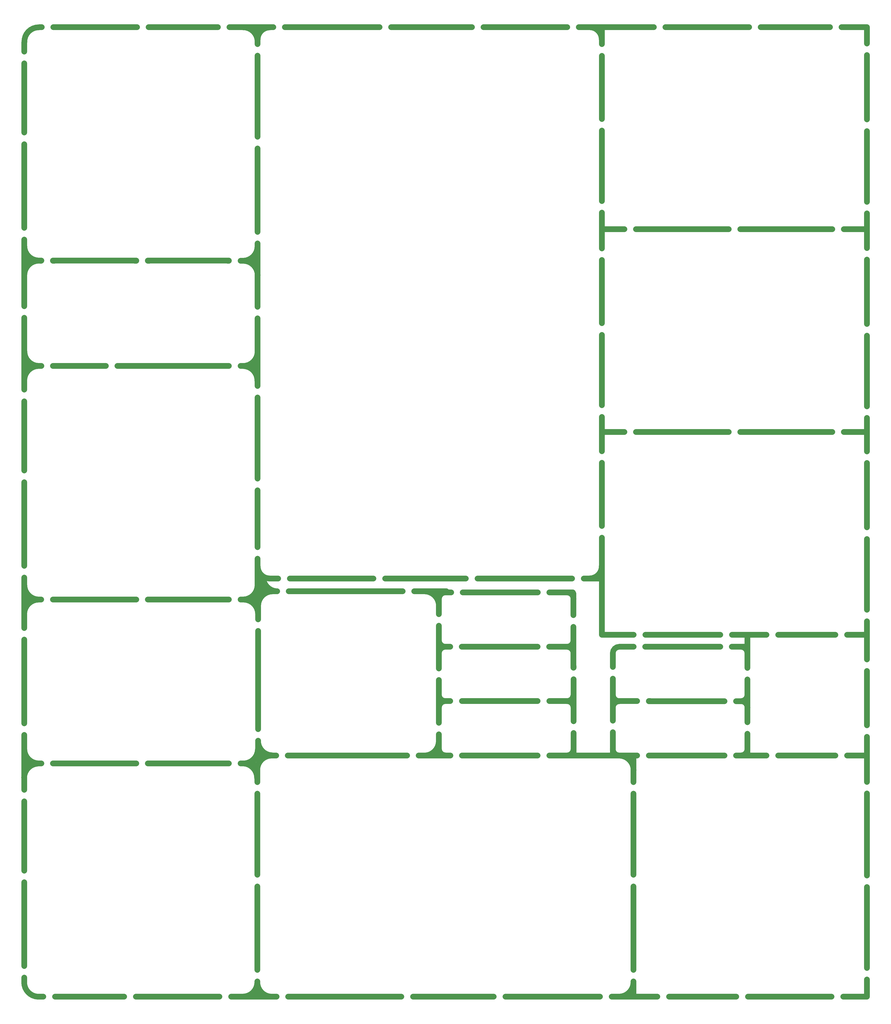
<source format=gbr>
G04 #@! TF.GenerationSoftware,KiCad,Pcbnew,(5.1.5)-3*
G04 #@! TF.CreationDate,2020-11-02T16:30:31-03:00*
G04 #@! TF.ProjectId,panel,70616e65-6c2e-46b6-9963-61645f706362,0.1*
G04 #@! TF.SameCoordinates,Original*
G04 #@! TF.FileFunction,Other,ECO1*
%FSLAX46Y46*%
G04 Gerber Fmt 4.6, Leading zero omitted, Abs format (unit mm)*
G04 Created by KiCad (PCBNEW (5.1.5)-3) date 2020-11-02 16:30:31*
%MOMM*%
%LPD*%
G04 APERTURE LIST*
%ADD10C,2.540000*%
G04 APERTURE END LIST*
D10*
X-73859400Y-306903200D02*
X-73859400Y-316021800D01*
X-73835872Y-313661184D02*
G75*
G02X-76678800Y-316402800I-2842928J103184D01*
G01*
X-206804584Y-316375528D02*
G75*
G02X-209546200Y-313532600I103184J2842928D01*
G01*
X-206855384Y-292499528D02*
G75*
G02X-209597000Y-289656600I103184J2842928D01*
G01*
X-209544328Y-295217616D02*
G75*
G02X-206701400Y-292476000I2842928J-103184D01*
G01*
X-209571600Y-271343200D02*
G75*
G02X-206728672Y-268601584I2842928J-103184D01*
G01*
X-206828400Y-268625400D02*
G75*
G02X-209570016Y-265782472I103184J2842928D01*
G01*
X-209546200Y-247441800D02*
G75*
G02X-206703272Y-244700184I2842928J-103184D01*
G01*
X-153082000Y-244724000D02*
G75*
G02X-150340384Y-247566928I-103184J-2842928D01*
G01*
X-150366072Y-265883784D02*
G75*
G02X-153209000Y-268625400I-2842928J103184D01*
G01*
X-153107400Y-268627272D02*
G75*
G02X-150365784Y-271470200I-103184J-2842928D01*
G01*
X-150367656Y-289783312D02*
G75*
G02X-153210584Y-292524928I-2842928J103184D01*
G01*
X-153082000Y-292501400D02*
G75*
G02X-150340384Y-295344328I-103184J-2842928D01*
G01*
X-150338800Y-313659600D02*
G75*
G02X-153181728Y-316401216I-2842928J103184D01*
G01*
X-73859400Y-269336600D02*
X-73859400Y-264409000D01*
X-209495400Y-292476000D02*
X-204567800Y-292476000D01*
X-161006800Y-292501400D02*
X-150440400Y-292501400D01*
X-215690388Y-244245594D02*
G75*
G02X-209546200Y-250616800I-231212J-6371206D01*
G01*
X-287803600Y-243200000D02*
X-287803600Y-239821800D01*
X-286736800Y-245105000D02*
X-286736800Y-241726800D01*
X-288870400Y-246933800D02*
X-288870400Y-243555600D01*
X-290648400Y-249321400D02*
X-290648400Y-245943200D01*
X-280766976Y-244244027D02*
G75*
G02X-286889200Y-237895594I230388J6348433D01*
G01*
X-289784800Y-98902600D02*
X-296795200Y-98902600D01*
X-289353000Y-92781200D02*
G75*
G02X-295724206Y-98925388I-6371206J231212D01*
G01*
X-295423600Y-98928000D02*
G75*
G02X-289279412Y-105299206I-231212J-6371206D01*
G01*
X-289708600Y-145181400D02*
X-296795200Y-145181400D01*
X-295547988Y-145185594D02*
G75*
G02X-289403800Y-151556800I-231212J-6371206D01*
G01*
X-289306394Y-139037212D02*
G75*
G02X-295677600Y-145181400I-6371206J231212D01*
G01*
X-289327600Y-241625200D02*
X-289327600Y-229915800D01*
X-289073600Y-250388200D02*
G75*
G02X-282702394Y-244244012I6371206J-231212D01*
G01*
X-289331794Y-241704012D02*
G75*
G02X-295703000Y-247848200I-6371206J231212D01*
G01*
X-295243188Y-247877794D02*
G75*
G02X-289099000Y-254249000I-231212J-6371206D01*
G01*
X-145843000Y-238602600D02*
X-138121400Y-238602600D01*
X-137922379Y-233032094D02*
G75*
G02X-143252200Y-238577200I-5329821J-211106D01*
G01*
X-283731694Y-238598421D02*
G75*
G02X-289276800Y-233268600I-211106J5329821D01*
G01*
X-209571600Y-307182600D02*
X-209571600Y-315971000D01*
X-209597000Y-310306800D02*
G75*
G02X-215968206Y-316450988I-6371206J231212D01*
G01*
X-281123400Y-316428200D02*
X-288311600Y-316428200D01*
X-282977600Y-316352000D02*
G75*
G02X-289121788Y-309980794I231212J6371206D01*
G01*
X-289175200Y-313786600D02*
G75*
G02X-295546406Y-319930788I-6371206J231212D01*
G01*
X-289475806Y-322572388D02*
G75*
G02X-283104600Y-316428200I6371206J-231212D01*
G01*
X-296795200Y-319908000D02*
X-291105600Y-319908000D01*
X-289099000Y-309925800D02*
X-289099000Y-318485600D01*
X-289454600Y-321813000D02*
X-289454600Y-328086800D01*
X-295677600Y-319882600D02*
G75*
G02X-289533412Y-326253806I-231212J-6371206D01*
G01*
X-392019800Y-326105600D02*
G75*
G02X-385648594Y-319961412I6371206J-231212D01*
G01*
X-391892800Y-319882600D02*
X-384450600Y-319882600D01*
X-385796800Y-319908000D02*
G75*
G02X-391940988Y-313536794I231212J6371206D01*
G01*
X-391969000Y-254020400D02*
G75*
G02X-385597794Y-247876212I6371206J-231212D01*
G01*
X-385771400Y-247848200D02*
G75*
G02X-391915588Y-241476994I231212J6371206D01*
G01*
X-391943600Y-151302800D02*
G75*
G02X-385572394Y-145158612I6371206J-231212D01*
G01*
X-391435600Y-145181400D02*
X-384450600Y-145181400D01*
X-385746000Y-145156000D02*
G75*
G02X-391890188Y-138784794I231212J6371206D01*
G01*
X-76550216Y-292503272D02*
G75*
G02X-73808600Y-295346200I-103184J-2842928D01*
G01*
X-73835872Y-289785184D02*
G75*
G02X-76678800Y-292526800I-2842928J103184D01*
G01*
X-78812400Y-292526800D02*
X-74088000Y-292526800D01*
X-76601016Y-268601872D02*
G75*
G02X-73859400Y-271444800I-103184J-2842928D01*
G01*
X-73884800Y-268574600D02*
X-80692000Y-268574600D01*
X-73859400Y-277871000D02*
X-73859400Y-268600000D01*
X-133064928Y-271367016D02*
G75*
G02X-130222000Y-268625400I2842928J-103184D01*
G01*
X-130171200Y-268600000D02*
X-123922800Y-268600000D01*
X-133041400Y-277490000D02*
X-133041400Y-271419400D01*
X-150669000Y-268625400D02*
X-161057600Y-268625400D01*
X-132279400Y-292501400D02*
X-122373400Y-292501400D01*
X-130299784Y-292550328D02*
G75*
G02X-133041400Y-289707400I103184J2842928D01*
G01*
X-133064928Y-295268416D02*
G75*
G02X-130222000Y-292526800I2842928J-103184D01*
G01*
X-130350584Y-316426328D02*
G75*
G02X-133092200Y-313583400I103184J2842928D01*
G01*
X-130069600Y-316453600D02*
G75*
G02X-123925412Y-322824806I-231212J-6371206D01*
G01*
X-123973600Y-415767600D02*
X-123973600Y-422041400D01*
X-123973600Y-416301000D02*
G75*
G02X-130344806Y-422445188I-6371206J231212D01*
G01*
X-283307800Y-422447800D02*
G75*
G02X-289451988Y-416076594I231212J6371206D01*
G01*
X-289454600Y-415767600D02*
X-289454600Y-422270000D01*
X-289429200Y-416275600D02*
G75*
G02X-295800406Y-422419788I-6371206J231212D01*
G01*
X-391969000Y-414065800D02*
X-391969000Y-416580400D01*
X-386076200Y-422422400D02*
X-383561600Y-422422400D01*
X-385850212Y-422469006D02*
G75*
G02X-391994400Y-416097800I231212J6371206D01*
G01*
X-391918200Y-105024000D02*
G75*
G02X-385546994Y-98879812I6371206J-231212D01*
G01*
X-391588000Y-98877200D02*
X-384450600Y-98877200D01*
X-385774012Y-98822206D02*
G75*
G02X-391918200Y-92451000I231212J6371206D01*
G01*
X-384476000Y-247848200D02*
X-391765800Y-247848200D01*
X-296795200Y-247848200D02*
X-293874200Y-247848200D01*
X-284273000Y-238602600D02*
X-280259800Y-238602600D01*
X-280717000Y-244241400D02*
X-282926800Y-244241400D01*
X-150364200Y-254731600D02*
X-150364200Y-245257400D01*
X-133066800Y-315691600D02*
X-133066800Y-306217400D01*
X-123973600Y-328086800D02*
X-123973600Y-316758400D01*
X-150338800Y-316199600D02*
X-150338800Y-306522200D01*
X-209546200Y-254249000D02*
X-209546200Y-244825600D01*
X-209927200Y-244724000D02*
X-204186800Y-244724000D01*
X-220392000Y-244216000D02*
X-206269600Y-244216000D01*
X-209139800Y-268600000D02*
X-204593200Y-268600000D01*
X-133041400Y-301086600D02*
X-133041400Y-282620800D01*
X-150338800Y-282925600D02*
X-150338800Y-301391400D01*
X-150364200Y-277794800D02*
X-150364200Y-259862400D01*
X-199462400Y-268600000D02*
X-166163000Y-268600000D01*
X-166137600Y-292476000D02*
X-199437000Y-292476000D01*
X-209546200Y-278125000D02*
X-209546200Y-259354400D01*
X-209546200Y-283255800D02*
X-209546200Y-302051800D01*
X-85822800Y-268574600D02*
X-118792000Y-268574600D01*
X-83943200Y-292552200D02*
X-117242600Y-292552200D01*
X-73859400Y-301772400D02*
X-73859400Y-283001800D01*
X-78812400Y-316428200D02*
X-65452000Y-316428200D01*
X-83943200Y-316402800D02*
X-117242600Y-316402800D01*
X-150694400Y-244698600D02*
X-160956000Y-244698600D01*
X-199056000Y-244724000D02*
X-166086800Y-244724000D01*
X-289099000Y-261665800D02*
X-289099000Y-304769600D01*
X-337562200Y-319882600D02*
X-301926000Y-319882600D01*
X-342667600Y-319882600D02*
X-379345200Y-319882600D01*
X-289454600Y-368853800D02*
X-289454600Y-333217600D01*
X-289454600Y-373984600D02*
X-289454600Y-410636800D01*
X-21357600Y-316428200D02*
X-30019000Y-316428200D01*
X-60346600Y-316428200D02*
X-35149800Y-316428200D01*
X-123973600Y-368853800D02*
X-123973600Y-333217600D01*
X-123973600Y-373984600D02*
X-123973600Y-410636800D01*
X-122373400Y-316428200D02*
X-160981400Y-316428200D01*
X-199411600Y-316402800D02*
X-166112200Y-316402800D01*
X-204542400Y-316428200D02*
X-218436200Y-316428200D01*
X-276018000Y-316428200D02*
X-223567000Y-316428200D01*
X-225497400Y-244241400D02*
X-275586200Y-244241400D01*
X-301926000Y-247848200D02*
X-337562200Y-247848200D01*
X-379345200Y-247848200D02*
X-342693000Y-247848200D01*
X-350947000Y-145181400D02*
X-301926000Y-145181400D01*
X-356077800Y-145181400D02*
X-379345200Y-145181400D01*
X-337562200Y-98877200D02*
X-301926000Y-98877200D01*
X-342693000Y-98877200D02*
X-379345200Y-98877200D01*
X-391969000Y-6980000D02*
X-391969000Y-2916000D01*
X-385288800Y3738800D02*
X-384272800Y3738800D01*
X-391887865Y-2835106D02*
G75*
G02X-385593600Y3713400I6294265J249306D01*
G01*
X-337232000Y3738800D02*
X-306802800Y3738800D01*
X-342362800Y3738800D02*
X-379142000Y3738800D01*
X-391969000Y-12110800D02*
X-391969000Y-42540000D01*
X-391969000Y-84450000D02*
X-391969000Y-47670800D01*
X-391969000Y-89580800D02*
X-391969000Y-118867000D01*
X-391969000Y-155570000D02*
X-391969000Y-123997800D01*
X-391969000Y-160700800D02*
X-391969000Y-191130000D01*
X-391969000Y-233040000D02*
X-391969000Y-196260800D01*
X-391969000Y-238170800D02*
X-391969000Y-260345000D01*
X-391969000Y-302255000D02*
X-391969000Y-265475800D01*
X-391969000Y-307385800D02*
X-391969000Y-331465000D01*
X-391969000Y-367025000D02*
X-391969000Y-336595800D01*
X-391969000Y-372155800D02*
X-391969000Y-408935000D01*
X-348001600Y-422447800D02*
X-378430800Y-422447800D01*
X-342870800Y-422447800D02*
X-306091600Y-422447800D01*
X-280971000Y-422447800D02*
X-300960800Y-422447800D01*
X-275840200Y-422447800D02*
X-226056200Y-422447800D01*
X-185416200Y-422447800D02*
X-220925400Y-422447800D01*
X-180285400Y-422447800D02*
X-138680200Y-422447800D01*
X-113458000Y-422447800D02*
X-133549400Y-422447800D01*
X-108327200Y-422422400D02*
X-78736200Y-422422400D01*
X-36826200Y-422422400D02*
X-73605400Y-422422400D01*
X-31695400Y-422422400D02*
X-21306800Y-422422400D01*
X-21306800Y-422422400D02*
X-21306800Y-414904000D01*
X-21306800Y-374264000D02*
X-21306800Y-409773200D01*
X-21306800Y-369133200D02*
X-21306800Y-333116000D01*
X-21306800Y-327985200D02*
X-21306800Y-308224000D01*
X-21306800Y-279268000D02*
X-21306800Y-303093200D01*
X-21306800Y-274137200D02*
X-21306800Y-257424000D01*
X-21306800Y-221229000D02*
X-21306800Y-252293200D01*
X-21306800Y-216098200D02*
X-21306800Y-187828000D01*
X-30019000Y-263342200D02*
X-21306800Y-263342200D01*
X-35149800Y-263342200D02*
X-60346600Y-263342200D01*
X-80641200Y-263316800D02*
X-65477400Y-263316800D01*
X-85772000Y-263342200D02*
X-118741200Y-263342200D01*
X-137892800Y-263342200D02*
X-123872000Y-263342200D01*
X-137892800Y-220644800D02*
X-137892800Y-263342200D01*
X-137892800Y-215514000D02*
X-137892800Y-187751800D01*
X-192579000Y-238602600D02*
X-150973800Y-238602600D01*
X-197709800Y-238602600D02*
X-233219000Y-238602600D01*
X-275129000Y-238602600D02*
X-238349800Y-238602600D01*
X-289099000Y-250947000D02*
X-289099000Y-256535000D01*
X-289327600Y-224785000D02*
X-289327600Y-199816800D01*
X-289327600Y-159049800D02*
X-289327600Y-194686000D01*
X-289327600Y-153919000D02*
X-289302200Y-124251800D01*
X-289302200Y-91308000D02*
X-289302200Y-119121000D01*
X-289302200Y-86177200D02*
X-289302200Y-49525000D01*
X-289302200Y-8758000D02*
X-289302200Y-44394200D01*
X-289302200Y2951400D02*
X-289302200Y-3652600D01*
X-295929920Y3733805D02*
G75*
G02X-289302200Y-2636600I252320J-6370405D01*
G01*
X-289298021Y-1857106D02*
G75*
G02X-283968200Y3688000I5329821J211106D01*
G01*
X-301672000Y3738800D02*
X-282418800Y3738800D01*
X-235682800Y3738800D02*
X-277288000Y3738800D01*
X-230552000Y3738800D02*
X-195042800Y3738800D01*
X-153132800Y3738800D02*
X-189912000Y3738800D01*
X-31390600Y-85008800D02*
X-21332200Y-85008800D01*
X-36521400Y-85008800D02*
X-76958200Y-85008800D01*
X-82063600Y-85034200D02*
X-122856000Y-85034200D01*
X-127986800Y-85008800D02*
X-137816600Y-85008800D01*
X-21306800Y-36774200D02*
X-21306800Y-8504000D01*
X-21306800Y-72969200D02*
X-21306800Y-41905000D01*
X-21306800Y-93289200D02*
X-21306800Y-78100000D01*
X-21306800Y-126690200D02*
X-21306800Y-98420000D01*
X-21306800Y-162885200D02*
X-21306800Y-131821000D01*
X-21306800Y-182697200D02*
X-21306800Y-168016000D01*
X-31390600Y-174162800D02*
X-21306800Y-174162800D01*
X-76958200Y-174162800D02*
X-36521400Y-174162800D01*
X-122856000Y-174162800D02*
X-82063600Y-174162800D01*
X-137842000Y-174188200D02*
X-127986800Y-174188200D01*
X-137892800Y-167558800D02*
X-137892800Y-182621000D01*
X-137892800Y-131490800D02*
X-137892800Y-162428000D01*
X-137892800Y-98597800D02*
X-137892800Y-126360000D01*
X-137892800Y-77769800D02*
X-137892800Y-93467000D01*
X-21306800Y-3373200D02*
X-21306800Y3738800D01*
X-21306800Y3738800D02*
X-32432000Y3738800D01*
X-137892800Y3738800D02*
X-137892800Y-3678000D01*
X-137892800Y-41701800D02*
X-137892800Y-72639000D01*
X-137892800Y-8808800D02*
X-137892800Y-36571000D01*
X-143488706Y3760021D02*
G75*
G02X-137943600Y-1569800I211106J-5329821D01*
G01*
X-115032800Y3738800D02*
X-148002000Y3738800D01*
X-37562800Y3738800D02*
X-67992000Y3738800D01*
X-73122800Y3738800D02*
X-109775000Y3738800D01*
X-150364200Y-259862400D02*
X-150364200Y-260532400D01*
X-150364200Y-254738400D02*
X-150364200Y-254068400D01*
X-150338800Y-277801600D02*
X-150338800Y-277131600D01*
X-150338800Y-282925600D02*
X-150338800Y-283595600D01*
X-150338800Y-306522200D02*
X-150338800Y-307192200D01*
X-150338800Y-301398200D02*
X-150338800Y-300728200D01*
X-133041400Y-282614000D02*
X-133041400Y-283284000D01*
X-133041400Y-277490000D02*
X-133041400Y-276820000D01*
X-133066800Y-301086600D02*
X-133066800Y-300416600D01*
X-133066800Y-306210600D02*
X-133066800Y-306880600D01*
X-118748000Y-263342200D02*
X-118078000Y-263342200D01*
X-123872000Y-263342200D02*
X-124542000Y-263342200D01*
X-85772000Y-263316800D02*
X-86442000Y-263316800D01*
X-80648000Y-263316800D02*
X-79978000Y-263316800D01*
X-80692000Y-268574600D02*
X-80022000Y-268574600D01*
X-85816000Y-268574600D02*
X-86486000Y-268574600D01*
X-123916000Y-268600000D02*
X-124586000Y-268600000D01*
X-118792000Y-268600000D02*
X-118122000Y-268600000D01*
X-199056000Y-244724000D02*
X-198386000Y-244724000D01*
X-204180000Y-244724000D02*
X-204850000Y-244724000D01*
X-166080000Y-244698600D02*
X-166750000Y-244698600D01*
X-160956000Y-244698600D02*
X-160286000Y-244698600D01*
X-220392000Y-244216000D02*
X-219722000Y-244216000D01*
X-225516000Y-244216000D02*
X-226186000Y-244216000D01*
X-280710200Y-244241400D02*
X-281380200Y-244241400D01*
X-275586200Y-244241400D02*
X-274916200Y-244241400D01*
X-21306800Y-274144000D02*
X-21306800Y-273474000D01*
X-21306800Y-279268000D02*
X-21306800Y-279938000D01*
X-21306800Y-308224000D02*
X-21306800Y-308894000D01*
X-21306800Y-303100000D02*
X-21306800Y-302430000D01*
X-21306800Y-369140000D02*
X-21306800Y-368470000D01*
X-21306800Y-374264000D02*
X-21306800Y-374934000D01*
X-21306800Y-414904000D02*
X-21306800Y-415574000D01*
X-21306800Y-409780000D02*
X-21306800Y-409110000D01*
X-21306800Y-333116000D02*
X-21306800Y-333786000D01*
X-21306800Y-327992000D02*
X-21306800Y-327322000D01*
X-21306800Y-221229000D02*
X-21306800Y-221899000D01*
X-21306800Y-216105000D02*
X-21306800Y-215435000D01*
X-21306800Y-252300000D02*
X-21306800Y-251630000D01*
X-21306800Y-257424000D02*
X-21306800Y-258094000D01*
X-21306800Y-182704000D02*
X-21306800Y-182034000D01*
X-21306800Y-187828000D02*
X-21306800Y-188498000D01*
X-21306800Y-168016000D02*
X-21306800Y-168686000D01*
X-21306800Y-162892000D02*
X-21306800Y-162222000D01*
X-21306800Y-126697000D02*
X-21306800Y-126027000D01*
X-21306800Y-131821000D02*
X-21306800Y-132491000D01*
X-21306800Y-98420000D02*
X-21306800Y-99090000D01*
X-21306800Y-93296000D02*
X-21306800Y-92626000D01*
X-21306800Y-41905000D02*
X-21306800Y-42575000D01*
X-21306800Y-36781000D02*
X-21306800Y-36111000D01*
X-21306800Y-72976000D02*
X-21306800Y-72306000D01*
X-21306800Y-78100000D02*
X-21306800Y-78770000D01*
X-21306800Y-3380000D02*
X-21306800Y-2710000D01*
X-21306800Y-8504000D02*
X-21306800Y-9174000D01*
X-391969000Y-118867000D02*
X-391969000Y-118197000D01*
X-391969000Y-123991000D02*
X-391969000Y-124661000D01*
X-391969000Y-265469000D02*
X-391969000Y-266139000D01*
X-391969000Y-260345000D02*
X-391969000Y-259675000D01*
X-391969000Y-302255000D02*
X-391969000Y-301585000D01*
X-391969000Y-307379000D02*
X-391969000Y-308049000D01*
X-391969000Y-331465000D02*
X-391969000Y-330795000D01*
X-391969000Y-336589000D02*
X-391969000Y-337259000D01*
X-391969000Y-372149000D02*
X-391969000Y-372819000D01*
X-391969000Y-367025000D02*
X-391969000Y-366355000D01*
X-391969000Y-408935000D02*
X-391969000Y-408265000D01*
X-391969000Y-414059000D02*
X-391969000Y-414729000D01*
X-391969000Y-238164000D02*
X-391969000Y-238834000D01*
X-391969000Y-233040000D02*
X-391969000Y-232370000D01*
X-391969000Y-191130000D02*
X-391969000Y-190460000D01*
X-391969000Y-196254000D02*
X-391969000Y-196924000D01*
X-391969000Y-160694000D02*
X-391969000Y-161364000D01*
X-391969000Y-155570000D02*
X-391969000Y-154900000D01*
X-391969000Y-84450000D02*
X-391969000Y-83780000D01*
X-391969000Y-89574000D02*
X-391969000Y-90244000D01*
X-391969000Y-6980000D02*
X-391969000Y-6310000D01*
X-391969000Y-12104000D02*
X-391969000Y-12774000D01*
X-391969000Y-47664000D02*
X-391969000Y-48334000D01*
X-391969000Y-42540000D02*
X-391969000Y-41870000D01*
X-275135800Y-238602600D02*
X-274465800Y-238602600D01*
X-280259800Y-238602600D02*
X-280929800Y-238602600D01*
X-150973800Y-238602600D02*
X-151643800Y-238602600D01*
X-145849800Y-238602600D02*
X-145179800Y-238602600D01*
X-238349800Y-238602600D02*
X-239019800Y-238602600D01*
X-233225800Y-238602600D02*
X-232555800Y-238602600D01*
X-192585800Y-238602600D02*
X-191915800Y-238602600D01*
X-197709800Y-238602600D02*
X-198379800Y-238602600D01*
X-108334000Y-422447800D02*
X-107664000Y-422447800D01*
X-113458000Y-422447800D02*
X-114128000Y-422447800D01*
X-275847000Y-422447800D02*
X-275177000Y-422447800D01*
X-280971000Y-422447800D02*
X-281641000Y-422447800D01*
X-378437600Y-422422400D02*
X-377767600Y-422422400D01*
X-383561600Y-422422400D02*
X-384231600Y-422422400D01*
X-300967600Y-422447800D02*
X-300297600Y-422447800D01*
X-306091600Y-422447800D02*
X-306761600Y-422447800D01*
X-36826200Y-422422400D02*
X-37496200Y-422422400D01*
X-31702200Y-422422400D02*
X-31032200Y-422422400D01*
X-138680200Y-422447800D02*
X-139350200Y-422447800D01*
X-133556200Y-422447800D02*
X-132886200Y-422447800D01*
X-226056200Y-422447800D02*
X-226726200Y-422447800D01*
X-220932200Y-422447800D02*
X-220262200Y-422447800D01*
X-348001600Y-422447800D02*
X-348671600Y-422447800D01*
X-342877600Y-422447800D02*
X-342207600Y-422447800D01*
X-73612200Y-422422400D02*
X-72942200Y-422422400D01*
X-78736200Y-422422400D02*
X-79406200Y-422422400D01*
X-180292200Y-422447800D02*
X-179622200Y-422447800D01*
X-185416200Y-422447800D02*
X-186086200Y-422447800D01*
X-109902000Y3738800D02*
X-109232000Y3738800D01*
X-115026000Y3738800D02*
X-115696000Y3738800D01*
X-32432000Y3738800D02*
X-31762000Y3738800D01*
X-37556000Y3738800D02*
X-38226000Y3738800D01*
X-73116000Y3738800D02*
X-73786000Y3738800D01*
X-67992000Y3738800D02*
X-67322000Y3738800D01*
X-384266000Y3738800D02*
X-384936000Y3738800D01*
X-379142000Y3738800D02*
X-378472000Y3738800D01*
X-337232000Y3738800D02*
X-336562000Y3738800D01*
X-342356000Y3738800D02*
X-343026000Y3738800D01*
X-306796000Y3738800D02*
X-307466000Y3738800D01*
X-301672000Y3738800D02*
X-301002000Y3738800D01*
X-230552000Y3738800D02*
X-229882000Y3738800D01*
X-235676000Y3738800D02*
X-236346000Y3738800D01*
X-195036000Y3738800D02*
X-195706000Y3738800D01*
X-189912000Y3738800D02*
X-189242000Y3738800D01*
X-148002000Y3738800D02*
X-147332000Y3738800D01*
X-153126000Y3738800D02*
X-153796000Y3738800D01*
X-282412000Y3738800D02*
X-283082000Y3738800D01*
X-277288000Y3738800D02*
X-276618000Y3738800D01*
X-166116000Y-316433200D02*
X-166786000Y-316433200D01*
X-160992000Y-316433200D02*
X-160322000Y-316433200D01*
X-199422200Y-316407800D02*
X-198752200Y-316407800D01*
X-204546200Y-316407800D02*
X-205216200Y-316407800D01*
X-209550000Y-302038200D02*
X-209550000Y-301368200D01*
X-209550000Y-307162200D02*
X-209550000Y-307832200D01*
X-161017400Y-292506400D02*
X-160347400Y-292506400D01*
X-166141400Y-292506400D02*
X-166811400Y-292506400D01*
X-204571600Y-292481000D02*
X-205241600Y-292481000D01*
X-199447600Y-292481000D02*
X-198777600Y-292481000D01*
X-209550000Y-254235400D02*
X-209550000Y-253565400D01*
X-209550000Y-259359400D02*
X-209550000Y-260029400D01*
X-166166800Y-268630400D02*
X-166836800Y-268630400D01*
X-161042800Y-268630400D02*
X-160372800Y-268630400D01*
X-199473000Y-268605000D02*
X-198803000Y-268605000D01*
X-204597000Y-268605000D02*
X-205267000Y-268605000D01*
X-209550000Y-283260800D02*
X-209550000Y-283930800D01*
X-209550000Y-278136800D02*
X-209550000Y-277466800D01*
X-78816200Y-292531800D02*
X-78146200Y-292531800D01*
X-83940200Y-292531800D02*
X-84610200Y-292531800D01*
X-73863200Y-283000000D02*
X-73863200Y-283670000D01*
X-73863200Y-277876000D02*
X-73863200Y-277206000D01*
X-122370400Y-292506400D02*
X-123040400Y-292506400D01*
X-117246400Y-292506400D02*
X-116576400Y-292506400D01*
X-73863200Y-301777400D02*
X-73863200Y-301107400D01*
X-73863200Y-306901400D02*
X-73863200Y-307571400D01*
X-117246400Y-316407800D02*
X-116576400Y-316407800D01*
X-122370400Y-316407800D02*
X-123040400Y-316407800D01*
X-83940200Y-316433200D02*
X-84610200Y-316433200D01*
X-78816200Y-316433200D02*
X-78146200Y-316433200D01*
X-289102800Y-261664000D02*
X-289102800Y-262334000D01*
X-289102800Y-256540000D02*
X-289102800Y-255870000D01*
X-289102800Y-304800000D02*
X-289102800Y-304130000D01*
X-289102800Y-309924000D02*
X-289102800Y-310594000D01*
X-281139374Y-316433200D02*
X-281809374Y-316433200D01*
X-276015374Y-316433200D02*
X-275345374Y-316433200D01*
X-218440000Y-316433200D02*
X-217770000Y-316433200D01*
X-223564000Y-316433200D02*
X-224234000Y-316433200D01*
X-35146800Y-316433200D02*
X-35816800Y-316433200D01*
X-30022800Y-316433200D02*
X-29352800Y-316433200D01*
X-60350400Y-316433200D02*
X-59680400Y-316433200D01*
X-65474400Y-316433200D02*
X-66144400Y-316433200D01*
X-65474400Y-263347200D02*
X-66144400Y-263347200D01*
X-60350400Y-263347200D02*
X-59680400Y-263347200D01*
X-30022800Y-263347200D02*
X-29352800Y-263347200D01*
X-35146800Y-263347200D02*
X-35816800Y-263347200D01*
X-123975240Y-333209374D02*
X-123975240Y-333879374D01*
X-123975240Y-328085374D02*
X-123975240Y-327415374D01*
X-123975240Y-410635374D02*
X-123975240Y-409965374D01*
X-123975240Y-415759374D02*
X-123975240Y-416429374D01*
X-123975240Y-373976374D02*
X-123975240Y-374646374D01*
X-123975240Y-368852374D02*
X-123975240Y-368182374D01*
X-137896600Y-215519000D02*
X-137896600Y-214849000D01*
X-137896600Y-220643000D02*
X-137896600Y-221313000D01*
X-137896600Y-182626000D02*
X-137896600Y-181956000D01*
X-137896600Y-187750000D02*
X-137896600Y-188420000D01*
X-76943400Y-174167800D02*
X-76273400Y-174167800D01*
X-82067400Y-174167800D02*
X-82737400Y-174167800D01*
X-122866600Y-174167800D02*
X-122196600Y-174167800D01*
X-127990600Y-174167800D02*
X-128660600Y-174167800D01*
X-36525200Y-174167800D02*
X-37195200Y-174167800D01*
X-31401200Y-174167800D02*
X-30731200Y-174167800D01*
X-82067400Y-85013800D02*
X-82737400Y-85013800D01*
X-76943400Y-85013800D02*
X-76273400Y-85013800D01*
X-31401200Y-85013800D02*
X-30731200Y-85013800D01*
X-36525200Y-85013800D02*
X-37195200Y-85013800D01*
X-127990600Y-85013800D02*
X-128660600Y-85013800D01*
X-122866600Y-85013800D02*
X-122196600Y-85013800D01*
X-137896600Y-162433000D02*
X-137896600Y-161763000D01*
X-137896600Y-167557000D02*
X-137896600Y-168227000D01*
X-137896600Y-131489000D02*
X-137896600Y-132159000D01*
X-137896600Y-126365000D02*
X-137896600Y-125695000D01*
X-137896600Y-98596000D02*
X-137896600Y-99266000D01*
X-137896600Y-93472000D02*
X-137896600Y-92802000D01*
X-137896600Y-3683000D02*
X-137896600Y-3013000D01*
X-137896600Y-8807000D02*
X-137896600Y-9477000D01*
X-137896600Y-77768000D02*
X-137896600Y-78438000D01*
X-137896600Y-72644000D02*
X-137896600Y-71974000D01*
X-137896600Y-36576000D02*
X-137896600Y-35906000D01*
X-137896600Y-41700000D02*
X-137896600Y-42370000D01*
X-289456240Y-415759374D02*
X-289456240Y-416429374D01*
X-289456240Y-410635374D02*
X-289456240Y-409965374D01*
X-289456240Y-368852374D02*
X-289456240Y-368182374D01*
X-289456240Y-373976374D02*
X-289456240Y-374646374D01*
X-289456240Y-328085374D02*
X-289456240Y-327415374D01*
X-289456240Y-333209374D02*
X-289456240Y-333879374D01*
X-289324974Y-153926160D02*
X-289324974Y-153256160D01*
X-289324974Y-159050160D02*
X-289324974Y-159720160D01*
X-289331400Y-229914000D02*
X-289331400Y-230584000D01*
X-289331400Y-224790000D02*
X-289331400Y-224120000D01*
X-289324974Y-194693160D02*
X-289324974Y-194023160D01*
X-289324974Y-199817160D02*
X-289324974Y-200487160D01*
X-289306000Y-124250000D02*
X-289306000Y-124920000D01*
X-289306000Y-119126000D02*
X-289306000Y-118456000D01*
X-289299574Y-8758360D02*
X-289299574Y-9428360D01*
X-289299574Y-3634360D02*
X-289299574Y-2964360D01*
X-289299574Y-86184360D02*
X-289299574Y-85514360D01*
X-289299574Y-91308360D02*
X-289299574Y-91978360D01*
X-289299574Y-49525360D02*
X-289299574Y-50195360D01*
X-289299574Y-44401360D02*
X-289299574Y-43731360D01*
X-379342574Y-319889760D02*
X-378672574Y-319889760D01*
X-384466574Y-319889760D02*
X-385136574Y-319889760D01*
X-301916574Y-319889760D02*
X-302586574Y-319889760D01*
X-296792574Y-319889760D02*
X-296122574Y-319889760D01*
X-342683574Y-319889760D02*
X-343353574Y-319889760D01*
X-337559574Y-319889760D02*
X-336889574Y-319889760D01*
X-337559574Y-247855360D02*
X-336889574Y-247855360D01*
X-342683574Y-247855360D02*
X-343353574Y-247855360D01*
X-296792574Y-247855360D02*
X-296122574Y-247855360D01*
X-301916574Y-247855360D02*
X-302586574Y-247855360D01*
X-384466574Y-247855360D02*
X-385136574Y-247855360D01*
X-379342574Y-247855360D02*
X-378672574Y-247855360D01*
X-301916574Y-145175860D02*
X-302586574Y-145175860D01*
X-296792574Y-145175860D02*
X-296122574Y-145175860D01*
X-379342574Y-145175860D02*
X-378672574Y-145175860D01*
X-384466574Y-145175860D02*
X-385136574Y-145175860D01*
X-356071000Y-145175860D02*
X-356741000Y-145175860D01*
X-350947000Y-145175860D02*
X-350277000Y-145175860D01*
X-337559574Y-98884360D02*
X-336889574Y-98884360D01*
X-342683574Y-98884360D02*
X-343353574Y-98884360D01*
X-296792574Y-98884360D02*
X-296122574Y-98884360D01*
X-301916574Y-98884360D02*
X-302586574Y-98884360D01*
X-384466574Y-98884360D02*
X-385136574Y-98884360D01*
X-379342574Y-98884360D02*
X-378672574Y-98884360D01*
M02*

</source>
